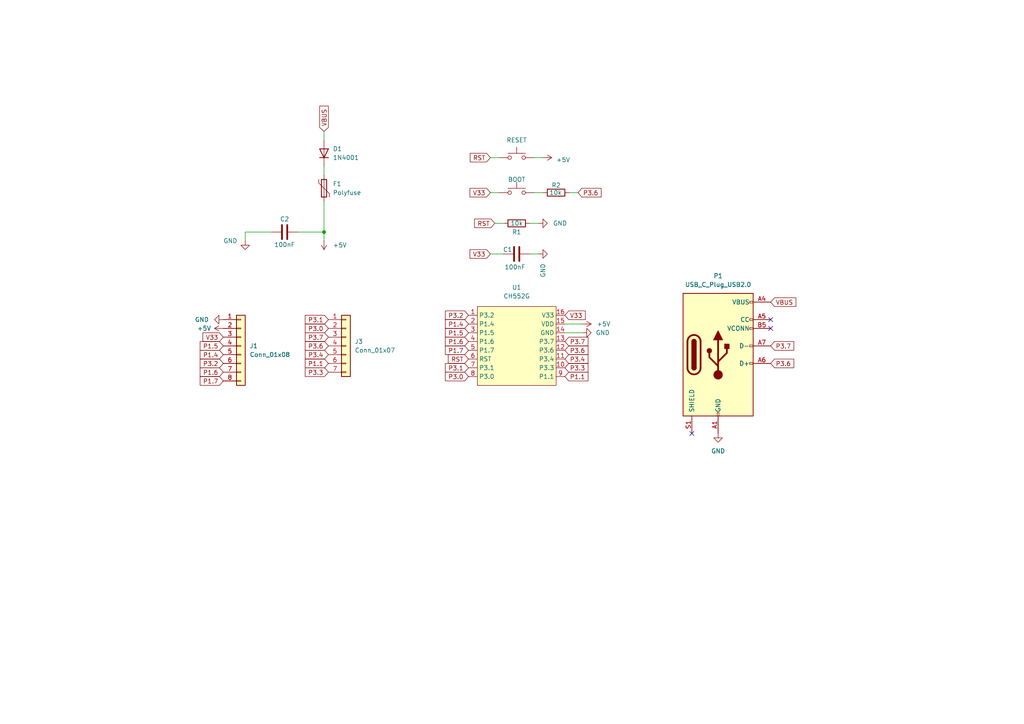
<source format=kicad_sch>
(kicad_sch (version 20230121) (generator eeschema)
  (paper "A4")
  (title_block (title "CH552G Minimal Circuit") (date "2022-10-30") (rev "1.0") (company "Nicola Strappazzon C"))
  (lib_symbols
    (symbol "Connector:USB_C_Plug_USB2.0" (pin_names (offset 1.016))
      (property "Reference" "P" (at -10.16 19.05 0))
      (property "Value" "USB_C_Plug_USB2.0" (at 12.7 19.05 0))
      (symbol "USB_C_Plug_USB2.0_0_0"
        (rectangle (start -0.254 -17.78) (end 0.254 -16.764))
        (rectangle (start 10.16 -2.286) (end 9.144 -2.794))
        (rectangle (start 10.16 2.794) (end 9.144 2.286))
        (rectangle (start 10.16 7.874) (end 9.144 7.366))
        (rectangle (start 10.16 10.414) (end 9.144 9.906))
        (rectangle (start 10.16 15.494) (end 9.144 14.986))
      )
      (symbol "USB_C_Plug_USB2.0_0_1"
        (rectangle (start -10.16 17.78) (end 10.16 -17.78) (stroke (width 0.254)) (fill (type background)))
        (arc (start -8.89 -3.81) (mid -6.985 -5.7067) (end -5.08 -3.81) (stroke (width 0.508)))
        (arc (start -7.62 -3.81) (mid -6.985 -4.4423) (end -6.35 -3.81) (stroke (width 0.254)))
        (arc (start -7.62 -3.81) (mid -6.985 -4.4423) (end -6.35 -3.81) (stroke (width 0.254)) (fill (type outline)))
        (rectangle (start -7.62 -3.81) (end -6.35 3.81) (stroke (width 0.254)) (fill (type outline)))
        (arc (start -6.35 3.81) (mid -6.985 4.4423) (end -7.62 3.81) (stroke (width 0.254)))
        (arc (start -6.35 3.81) (mid -6.985 4.4423) (end -7.62 3.81) (stroke (width 0.254)) (fill (type outline)))
        (arc (start -5.08 3.81) (mid -6.985 5.7067) (end -8.89 3.81) (stroke (width 0.508)))
        (circle (center -2.54 1.143) (radius 0.635) (stroke (width 0.254)) (fill (type outline)))
        (circle (center 0 -5.842) (radius 1.27) (fill (type outline)))
        (polyline (pts (xy -8.89 -3.81) (xy -8.89 3.81)) (stroke (width 0.508)))
        (polyline (pts (xy -5.08 3.81) (xy -5.08 -3.81)) (stroke (width 0.508)))
        (polyline (pts (xy 0 -5.842) (xy 0 4.318)) (stroke (width 0.508)))
        (polyline (pts (xy 0 -3.302) (xy -2.54 -0.762) (xy -2.54 0.508)) (stroke (width 0.508)))
        (polyline (pts (xy 0 -2.032) (xy 2.54 0.508) (xy 2.54 1.778)) (stroke (width 0.508)))
        (polyline (pts (xy -1.27 4.318) (xy 0 6.858) (xy 1.27 4.318) (xy -1.27 4.318)) (stroke (width 0.254)) (fill (type outline)))
        (rectangle (start 1.905 1.778) (end 3.175 3.048) (stroke (width 0.254)) (fill (type outline)))
      )
      (symbol "USB_C_Plug_USB2.0_1_1"
        (pin passive line (at 0 -22.86 90) (length 5.08) (name "GND") (number "A1"))
        (pin passive line (at 0 -22.86 90) (length 5.08) hide (name "GND") (number "A12"))
        (pin passive line (at 15.24 15.24 180) (length 5.08) (name "VBUS") (number "A4"))
        (pin bidirectional line (at 15.24 10.16 180) (length 5.08) (name "CC") (number "A5"))
        (pin bidirectional line (at 15.24 -2.54 180) (length 5.08) (name "D+") (number "A6"))
        (pin bidirectional line (at 15.24 2.54 180) (length 5.08) (name "D-") (number "A7"))
        (pin passive line (at 15.24 15.24 180) (length 5.08) hide (name "VBUS") (number "A9"))
        (pin passive line (at 0 -22.86 90) (length 5.08) hide (name "GND") (number "B1"))
        (pin passive line (at 0 -22.86 90) (length 5.08) hide (name "GND") (number "B12"))
        (pin passive line (at 15.24 15.24 180) (length 5.08) hide (name "VBUS") (number "B4"))
        (pin bidirectional line (at 15.24 7.62 180) (length 5.08) (name "VCONN") (number "B5"))
        (pin passive line (at 15.24 15.24 180) (length 5.08) hide (name "VBUS") (number "B9"))
        (pin passive line (at -7.62 -22.86 90) (length 5.08) (name "SHIELD") (number "S1"))
      )
    )
    (symbol "Connector_Generic:Conn_01x07" (pin_names (offset 1.016) hide)
      (property "Reference" "J" (at 0 10.16 0))
      (property "Value" "Conn_01x07" (at 0 -10.16 0))
      (symbol "Conn_01x07_1_1"
        (rectangle (start -1.27 -7.493) (end 0 -7.747) (stroke (width 0.1524)))
        (rectangle (start -1.27 -4.953) (end 0 -5.207) (stroke (width 0.1524)))
        (rectangle (start -1.27 -2.413) (end 0 -2.667) (stroke (width 0.1524)))
        (rectangle (start -1.27 0.127) (end 0 -0.127) (stroke (width 0.1524)))
        (rectangle (start -1.27 2.667) (end 0 2.413) (stroke (width 0.1524)))
        (rectangle (start -1.27 5.207) (end 0 4.953) (stroke (width 0.1524)))
        (rectangle (start -1.27 7.747) (end 0 7.493) (stroke (width 0.1524)))
        (rectangle (start -1.27 8.89) (end 1.27 -8.89) (stroke (width 0.254)) (fill (type background)))
        (pin passive line (at -5.08 7.62 0) (length 3.81) (name "Pin_1") (number "1"))
        (pin passive line (at -5.08 5.08 0) (length 3.81) (name "Pin_2") (number "2"))
        (pin passive line (at -5.08 2.54 0) (length 3.81) (name "Pin_3") (number "3"))
        (pin passive line (at -5.08 0 0) (length 3.81) (name "Pin_4") (number "4"))
        (pin passive line (at -5.08 -2.54 0) (length 3.81) (name "Pin_5") (number "5"))
        (pin passive line (at -5.08 -5.08 0) (length 3.81) (name "Pin_6") (number "6"))
        (pin passive line (at -5.08 -7.62 0) (length 3.81) (name "Pin_7") (number "7"))
      )
    )
    (symbol "Connector_Generic:Conn_01x08" (pin_names (offset 1.016) hide)
      (property "Reference" "J" (at 0 10.16 0))
      (property "Value" "Conn_01x08" (at 0 -12.7 0))
      (symbol "Conn_01x08_1_1"
        (rectangle (start -1.27 -10.033) (end 0 -10.287) (stroke (width 0.1524)))
        (rectangle (start -1.27 -7.493) (end 0 -7.747) (stroke (width 0.1524)))
        (rectangle (start -1.27 -4.953) (end 0 -5.207) (stroke (width 0.1524)))
        (rectangle (start -1.27 -2.413) (end 0 -2.667) (stroke (width 0.1524)))
        (rectangle (start -1.27 0.127) (end 0 -0.127) (stroke (width 0.1524)))
        (rectangle (start -1.27 2.667) (end 0 2.413) (stroke (width 0.1524)))
        (rectangle (start -1.27 5.207) (end 0 4.953) (stroke (width 0.1524)))
        (rectangle (start -1.27 7.747) (end 0 7.493) (stroke (width 0.1524)))
        (rectangle (start -1.27 8.89) (end 1.27 -11.43) (stroke (width 0.254)) (fill (type background)))
        (pin passive line (at -5.08 7.62 0) (length 3.81) (name "Pin_1") (number "1"))
        (pin passive line (at -5.08 5.08 0) (length 3.81) (name "Pin_2") (number "2"))
        (pin passive line (at -5.08 2.54 0) (length 3.81) (name "Pin_3") (number "3"))
        (pin passive line (at -5.08 0 0) (length 3.81) (name "Pin_4") (number "4"))
        (pin passive line (at -5.08 -2.54 0) (length 3.81) (name "Pin_5") (number "5"))
        (pin passive line (at -5.08 -5.08 0) (length 3.81) (name "Pin_6") (number "6"))
        (pin passive line (at -5.08 -7.62 0) (length 3.81) (name "Pin_7") (number "7"))
        (pin passive line (at -5.08 -10.16 0) (length 3.81) (name "Pin_8") (number "8"))
      )
    )
    (symbol "Device:C" (pin_numbers hide) (pin_names (offset 0.254))
      (property "Reference" "C" (at 0.635 2.54 0))
      (property "Value" "C" (at 0.635 -2.54 0))
      (symbol "C_0_1"
        (polyline (pts (xy -2.032 -0.762) (xy 2.032 -0.762)) (stroke (width 0.508)))
        (polyline (pts (xy -2.032 0.762) (xy 2.032 0.762)) (stroke (width 0.508)))
      )
      (symbol "C_1_1"
        (pin passive line (at 0 3.81 270) (length 2.794) (name "~") (number "1"))
        (pin passive line (at 0 -3.81 90) (length 2.794) (name "~") (number "2"))
      )
    )
    (symbol "Device:Polyfuse" (pin_numbers hide) (pin_names (offset 0))
      (property "Reference" "F" (at -2.54 0 90))
      (property "Value" "Polyfuse" (at 2.54 0 90))
      (symbol "Polyfuse_0_1"
        (rectangle (start -0.762 2.54) (end 0.762 -2.54) (stroke (width 0.254)))
        (polyline (pts (xy 0 2.54) (xy 0 -2.54)))
        (polyline (pts (xy -1.524 2.54) (xy -1.524 1.524) (xy 1.524 -1.524) (xy 1.524 -2.54)))
      )
      (symbol "Polyfuse_1_1"
        (pin passive line (at 0 3.81 270) (length 1.27) (name "~") (number "1"))
        (pin passive line (at 0 -3.81 90) (length 1.27) (name "~") (number "2"))
      )
    )
    (symbol "Device:R" (pin_numbers hide) (pin_names (offset 0))
      (property "Reference" "R" (at 2.032 0 90))
      (property "Value" "R" (at 0 0 90))
      (symbol "R_0_1"
        (rectangle (start -1.016 -2.54) (end 1.016 2.54) (stroke (width 0.254)))
      )
      (symbol "R_1_1"
        (pin passive line (at 0 3.81 270) (length 1.27) (name "~") (number "1"))
        (pin passive line (at 0 -3.81 90) (length 1.27) (name "~") (number "2"))
      )
    )
    (symbol "Diode:1N4001" (pin_numbers hide) (pin_names hide)
      (property "Reference" "D" (at 0 2.54 0))
      (property "Value" "1N4001" (at 0 -2.54 0))
      (symbol "1N4001_0_1"
        (polyline (pts (xy -1.27 1.27) (xy -1.27 -1.27)) (stroke (width 0.254)))
        (polyline (pts (xy 1.27 0) (xy -1.27 0)))
        (polyline (pts (xy 1.27 1.27) (xy 1.27 -1.27) (xy -1.27 0) (xy 1.27 1.27)) (stroke (width 0.254)))
      )
      (symbol "1N4001_1_1"
        (pin passive line (at -3.81 0 0) (length 2.54) (name "K") (number "1"))
        (pin passive line (at 3.81 0 180) (length 2.54) (name "A") (number "2"))
      )
    )
    (symbol "Switch:SW_Push" (pin_numbers hide) (pin_names (offset 1.016) hide)
      (property "Reference" "SW" (at 1.27 2.54 0))
      (property "Value" "SW_Push" (at 0 -1.524 0))
      (symbol "SW_Push_0_1"
        (circle (center -2.032 0) (radius 0.508))
        (polyline (pts (xy 0 1.27) (xy 0 3.048)))
        (polyline (pts (xy 2.54 1.27) (xy -2.54 1.27)))
        (circle (center 2.032 0) (radius 0.508))
        (pin passive line (at -5.08 0 0) (length 2.54) (name "1") (number "1"))
        (pin passive line (at 5.08 0 180) (length 2.54) (name "2") (number "2"))
      )
    )
    (symbol "library:CH552G"
      (property "Reference" "U" (at 0 16.51 0))
      (property "Value" "CH552G" (at 0 13.97 0))
      (symbol "CH552G_0_1"
        (rectangle (start -11.43 11.43) (end 11.43 -11.43) (fill (type background)))
      )
      (symbol "CH552G_1_1"
        (pin passive line (at -13.97 8.89 0) (length 2.54) (name "P3.2") (number "1"))
        (pin passive line (at 13.97 -6.35 180) (length 2.54) (name "P3.3") (number "10"))
        (pin passive line (at 13.97 -3.81 180) (length 2.54) (name "P3.4") (number "11"))
        (pin passive line (at 13.97 -1.27 180) (length 2.54) (name "P3.6") (number "12"))
        (pin passive line (at 13.97 1.27 180) (length 2.54) (name "P3.7") (number "13"))
        (pin power_in line (at 13.97 3.81 180) (length 2.54) (name "GND") (number "14"))
        (pin power_in line (at 13.97 6.35 180) (length 2.54) (name "VDD") (number "15"))
        (pin power_out line (at 13.97 8.89 180) (length 2.54) (name "V33") (number "16"))
        (pin passive line (at -13.97 6.35 0) (length 2.54) (name "P1.4") (number "2"))
        (pin passive line (at -13.97 3.81 0) (length 2.54) (name "P1.5") (number "3"))
        (pin passive line (at -13.97 1.27 0) (length 2.54) (name "P1.6") (number "4"))
        (pin passive line (at -13.97 -1.27 0) (length 2.54) (name "P1.7") (number "5"))
        (pin passive line (at -13.97 -3.81 0) (length 2.54) (name "RST") (number "6"))
        (pin passive line (at -13.97 -6.35 0) (length 2.54) (name "P3.1") (number "7"))
        (pin passive line (at -13.97 -8.89 0) (length 2.54) (name "P3.0") (number "8"))
        (pin passive line (at 13.97 -8.89 180) (length 2.54) (name "P1.1") (number "9"))
      )
    )
    (symbol "power:+5V" (power) (pin_names (offset 0))
      (property "Value" "+5V" (at 0 3.556 0))
      (symbol "+5V_0_1"
        (polyline (pts (xy -0.762 1.27) (xy 0 2.54)))
        (polyline (pts (xy 0 0) (xy 0 2.54)))
        (polyline (pts (xy 0 2.54) (xy 0.762 1.27)))
      )
      (symbol "+5V_1_1"
        (pin power_in line (at 0 0 90) (length 0) hide (name "+5V") (number "1"))
      )
    )
    (symbol "power:GND" (power) (pin_names (offset 0))
      (property "Value" "GND" (at 0 -3.81 0))
      (symbol "GND_0_1"
        (polyline (pts (xy 0 0) (xy 0 -1.27) (xy 1.27 -1.27) (xy 0 -2.54) (xy -1.27 -1.27) (xy 0 -1.27)))
      )
      (symbol "GND_1_1"
        (pin power_in line (at 0 0 270) (length 0) hide (name "GND") (number "1"))
      )
    )
  )
  (junction (at 93.98 67.31))
  (no_connect (at 223.52 95.25))
  (no_connect (at 200.66 125.73))
  (no_connect (at 223.52 92.71))
  (wire (pts (xy 93.98 58.42) (xy 93.98 67.31)))
  (wire (pts (xy 93.98 38.1) (xy 93.98 40.64)))
  (wire (pts (xy 153.67 64.77) (xy 156.21 64.77)))
  (wire (pts (xy 165.1 55.88) (xy 167.64 55.88)))
  (wire (pts (xy 93.98 67.31) (xy 93.98 69.85)))
  (wire (pts (xy 154.94 55.88) (xy 157.48 55.88)))
  (wire (pts (xy 93.98 48.26) (xy 93.98 50.8)))
  (wire (pts (xy 156.21 73.66) (xy 153.67 73.66)))
  (wire (pts (xy 71.12 69.85) (xy 71.12 67.31)))
  (wire (pts (xy 143.51 64.77) (xy 146.05 64.77)))
  (wire (pts (xy 163.83 96.52) (xy 168.91 96.52)))
  (wire (pts (xy 71.12 67.31) (xy 78.74 67.31)))
  (wire (pts (xy 142.24 55.88) (xy 144.78 55.88)))
  (wire (pts (xy 163.83 93.98) (xy 168.91 93.98)))
  (wire (pts (xy 146.05 73.66) (xy 142.24 73.66)))
  (wire (pts (xy 154.94 45.72) (xy 157.48 45.72)))
  (wire (pts (xy 86.36 67.31) (xy 93.98 67.31)))
  (wire (pts (xy 142.24 45.72) (xy 144.78 45.72)))
  (global_label "VBUS" (shape input) (at 93.98 38.1 90) (property "Intersheetrefs" "${INTERSHEET_REFS}" (effects hide)))
  (global_label "P1.6" (shape input) (at 64.77 107.95 180) (property "Intersheetrefs" "${INTERSHEET_REFS}" (effects hide)))
  (global_label "P1.7" (shape input) (at 135.89 101.6 180) (property "Intersheetrefs" "${INTERSHEET_REFS}" (effects hide)))
  (global_label "P3.7" (shape input) (at 95.25 97.79 180) (property "Intersheetrefs" "${INTERSHEET_REFS}" (effects hide)))
  (global_label "RST" (shape input) (at 135.89 104.14 180) (property "Intersheetrefs" "${INTERSHEET_REFS}" (effects hide)))
  (global_label "V33" (shape input) (at 142.24 73.66 180) (property "Intersheetrefs" "${INTERSHEET_REFS}" (effects hide)))
  (global_label "P3.7" (shape input) (at 223.52 100.33 0) (property "Intersheetrefs" "${INTERSHEET_REFS}" (effects hide)))
  (global_label "P3.4" (shape input) (at 95.25 102.87 180) (property "Intersheetrefs" "${INTERSHEET_REFS}" (effects hide)))
  (global_label "P3.7" (shape input) (at 163.83 99.06 0) (property "Intersheetrefs" "${INTERSHEET_REFS}" (effects hide)))
  (global_label "P3.6" (shape input) (at 167.64 55.88 0) (property "Intersheetrefs" "${INTERSHEET_REFS}" (effects hide)))
  (global_label "P3.4" (shape input) (at 163.83 104.14 0) (property "Intersheetrefs" "${INTERSHEET_REFS}" (effects hide)))
  (global_label "P1.1" (shape input) (at 163.83 109.22 0) (property "Intersheetrefs" "${INTERSHEET_REFS}" (effects hide)))
  (global_label "P1.4" (shape input) (at 135.89 93.98 180) (property "Intersheetrefs" "${INTERSHEET_REFS}" (effects hide)))
  (global_label "P3.3" (shape input) (at 163.83 106.68 0) (property "Intersheetrefs" "${INTERSHEET_REFS}" (effects hide)))
  (global_label "P3.6" (shape input) (at 163.83 101.6 0) (property "Intersheetrefs" "${INTERSHEET_REFS}" (effects hide)))
  (global_label "V33" (shape input) (at 142.24 55.88 180) (property "Intersheetrefs" "${INTERSHEET_REFS}" (effects hide)))
  (global_label "RST" (shape input) (at 142.24 45.72 180) (property "Intersheetrefs" "${INTERSHEET_REFS}" (effects hide)))
  (global_label "P1.7" (shape input) (at 64.77 110.49 180) (property "Intersheetrefs" "${INTERSHEET_REFS}" (effects hide)))
  (global_label "P3.2" (shape input) (at 64.77 105.41 180) (property "Intersheetrefs" "${INTERSHEET_REFS}" (effects hide)))
  (global_label "V33" (shape input) (at 64.77 97.79 180) (property "Intersheetrefs" "${INTERSHEET_REFS}" (effects hide)))
  (global_label "P3.6" (shape input) (at 95.25 100.33 180) (property "Intersheetrefs" "${INTERSHEET_REFS}" (effects hide)))
  (global_label "P3.0" (shape input) (at 95.25 95.25 180) (property "Intersheetrefs" "${INTERSHEET_REFS}" (effects hide)))
  (global_label "P1.4" (shape input) (at 64.77 102.87 180) (property "Intersheetrefs" "${INTERSHEET_REFS}" (effects hide)))
  (global_label "V33" (shape input) (at 163.83 91.44 0) (property "Intersheetrefs" "${INTERSHEET_REFS}" (effects hide)))
  (global_label "P1.1" (shape input) (at 95.25 105.41 180) (property "Intersheetrefs" "${INTERSHEET_REFS}" (effects hide)))
  (global_label "P3.0" (shape input) (at 135.89 109.22 180) (property "Intersheetrefs" "${INTERSHEET_REFS}" (effects hide)))
  (global_label "P3.1" (shape input) (at 135.89 106.68 180) (property "Intersheetrefs" "${INTERSHEET_REFS}" (effects hide)))
  (global_label "P1.5" (shape input) (at 135.89 96.52 180) (property "Intersheetrefs" "${INTERSHEET_REFS}" (effects hide)))
  (global_label "P3.6" (shape input) (at 223.52 105.41 0) (property "Intersheetrefs" "${INTERSHEET_REFS}" (effects hide)))
  (global_label "P1.5" (shape input) (at 64.77 100.33 180) (property "Intersheetrefs" "${INTERSHEET_REFS}" (effects hide)))
  (global_label "P3.3" (shape input) (at 95.25 107.95 180) (property "Intersheetrefs" "${INTERSHEET_REFS}" (effects hide)))
  (global_label "RST" (shape input) (at 143.51 64.77 180) (property "Intersheetrefs" "${INTERSHEET_REFS}" (effects hide)))
  (global_label "P3.2" (shape input) (at 135.89 91.44 180) (property "Intersheetrefs" "${INTERSHEET_REFS}" (effects hide)))
  (global_label "P1.6" (shape input) (at 135.89 99.06 180) (property "Intersheetrefs" "${INTERSHEET_REFS}" (effects hide)))
  (global_label "VBUS" (shape input) (at 223.52 87.63 0) (property "Intersheetrefs" "${INTERSHEET_REFS}" (effects hide)))
  (global_label "P3.1" (shape input) (at 95.25 92.71 180) (property "Intersheetrefs" "${INTERSHEET_REFS}" (effects hide)))
  (symbol (lib_id "power:GND") (at 208.28 125.73 0) (unit 1)
    (property "Reference" "#PWR0107" (effects hide))
    (property "Value" "GND" (at 208.28 130.81 0))
  )
  (symbol (lib_id "power:+5V") (at 157.48 45.72 270) (unit 1)
    (property "Reference" "#PWR01" (effects hide))
    (property "Value" "+5V" (at 161.29 46.355 90) (effects (justify left)))
  )
  (symbol (lib_id "Connector:USB_C_Plug_USB2.0") (at 208.28 102.87 0) (unit 1)
    (property "Reference" "P1" (at 208.28 80.01 0))
    (property "Value" "USB_C_Plug_USB2.0" (at 208.28 82.55 0))
    (property "Footprint" "Library:USB_C_MC_112D" (effects hide))
    (property "Datasheet" "https://www.usb.org/sites/default/files/documents/usb_type-c.zip" (effects hide))
  )
  (symbol (lib_id "Switch:SW_Push") (at 149.86 55.88 0) (unit 1)
    (property "Reference" "SW2" (effects hide))
    (property "Value" "BOOT" (at 149.86 52.07 0))
    (property "Footprint" "Library:SW_Push_SMD" (effects hide))
  )
  (symbol (lib_id "Connector_Generic:Conn_01x07") (at 100.33 100.33 0) (unit 1)
    (property "Reference" "J3" (at 102.87 99.0599 0) (effects (justify left)))
    (property "Value" "Conn_01x07" (at 102.87 101.5999 0) (effects (justify left)))
    (property "Footprint" "Connector_PinHeader_2.54mm:PinHeader_1x07_P2.54mm_Vertical" (effects hide))
  )
  (symbol (lib_id "Device:R") (at 161.29 55.88 90) (unit 1)
    (property "Reference" "R2" (at 161.29 53.7464 90))
    (property "Value" "10k" (at 161.1376 55.88 90))
    (property "Footprint" "Library:R1206" (effects hide))
  )
  (symbol (lib_id "power:GND") (at 156.21 73.66 90) (unit 1)
    (property "Reference" "#PWR0103" (effects hide))
    (property "Value" "GND" (at 157.4801 76.4032 0) (effects (justify right)))
  )
  (symbol (lib_id "Switch:SW_Push") (at 149.86 45.72 0) (unit 1)
    (property "Reference" "SW1" (effects hide))
    (property "Value" "RESET" (at 149.86 40.64 0))
    (property "Footprint" "Library:SW_Push_SMD" (effects hide))
  )
  (symbol (lib_id "power:GND") (at 168.91 96.52 90) (unit 1)
    (property "Reference" "#PWR0104" (effects hide))
    (property "Value" "GND" (at 172.7708 96.5199 90) (effects (justify right)))
  )
  (symbol (lib_id "Connector_Generic:Conn_01x08") (at 69.85 100.33 0) (unit 1)
    (property "Reference" "J1" (at 72.39 100.33 0) (effects (justify left)))
    (property "Value" "Conn_01x08" (at 72.39 102.87 0) (effects (justify left)))
    (property "Footprint" "Connector_PinHeader_2.54mm:PinHeader_1x08_P2.54mm_Vertical" (effects hide))
  )
  (symbol (lib_id "power:+5V") (at 93.98 69.85 180) (unit 1)
    (property "Reference" "#PWR0106" (effects hide))
    (property "Value" "+5V" (at 96.52 71.1199 0) (effects (justify right)))
  )
  (symbol (lib_id "Diode:1N4001") (at 93.98 44.45 270) (mirror x) (unit 1)
    (property "Reference" "D1" (at 96.52 43.18 90) (effects (justify left)))
    (property "Value" "1N4001" (at 96.52 45.72 90) (effects (justify left)))
    (property "Footprint" "Library:D1206" (effects hide))
    (property "Datasheet" "http://www.vishay.com/docs/88503/1n4001.pdf" (effects hide))
  )
  (symbol (lib_id "Device:Polyfuse") (at 93.98 54.61 0) (unit 1)
    (property "Reference" "F1" (at 96.52 53.3399 0) (effects (justify left)))
    (property "Value" "Polyfuse" (at 96.52 55.8799 0) (effects (justify left)))
    (property "Footprint" "Library:F1206" (effects hide))
  )
  (symbol (lib_id "power:+5V") (at 64.77 95.25 90) (unit 1)
    (property "Reference" "#PWR0109" (effects hide))
    (property "Value" "+5V" (at 57.15 95.25 90) (effects (justify right)))
  )
  (symbol (lib_id "Device:C") (at 82.55 67.31 270) (unit 1)
    (property "Reference" "C2" (at 82.55 63.5508 90))
    (property "Value" "100nF" (at 82.55 70.9676 90))
    (property "Footprint" "Library:C1206" (effects hide))
  )
  (symbol (lib_id "power:GND") (at 71.12 69.85 0) (unit 1)
    (property "Reference" "#PWR0108" (effects hide))
    (property "Value" "GND" (at 64.77 69.85 0) (effects (justify left)))
  )
  (symbol (lib_id "Device:C") (at 149.86 73.66 270) (mirror x) (unit 1)
    (property "Reference" "C1" (at 148.59 72.39 90) (effects (justify right)))
    (property "Value" "100nF" (at 152.4 77.47 90) (effects (justify right)))
    (property "Footprint" "Library:C1206" (effects hide))
  )
  (symbol (lib_id "power:GND") (at 64.77 92.71 270) (unit 1)
    (property "Reference" "#PWR0110" (effects hide))
    (property "Value" "GND" (at 60.6044 92.7099 90) (effects (justify right)))
  )
  (symbol (lib_id "library:CH552G") (at 149.86 100.33 0) (unit 1)
    (property "Reference" "U1" (at 149.86 83.3628 0))
    (property "Value" "CH552G" (at 149.86 85.9028 0))
    (property "Footprint" "Package_SO:SOIC-16_3.9x9.9mm_P1.27mm" (effects hide))
  )
  (symbol (lib_id "power:+5V") (at 168.91 93.98 270) (unit 1)
    (property "Reference" "#PWR0105" (effects hide))
    (property "Value" "+5V" (at 173.0248 93.9799 90) (effects (justify left)))
  )
  (symbol (lib_id "Device:R") (at 149.86 64.77 90) (unit 1)
    (property "Reference" "R1" (at 149.86 67.31 90))
    (property "Value" "10k" (at 149.86 64.77 90))
    (property "Footprint" "Library:R1206" (effects hide))
  )
  (symbol (lib_id "power:GND") (at 156.21 64.77 90) (unit 1)
    (property "Reference" "#PWR0102" (effects hide))
    (property "Value" "GND" (at 160.3756 64.7701 90) (effects (justify right)))
  )
)
</source>
